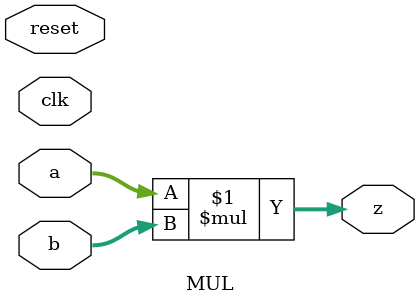
<source format=v>
`timescale 1ns / 1ps

module MUL(
  input clk,
  input reset,
  input   [31:0] a,//rs
  input   [31:0] b,//rt
  output  [63:0] z);
  assign z=a*b;
endmodule

/*module  MUL(
    input clk,
	input reset,
	input   [31:0] a,//rs
	input   [31:0] b,//rt
	output  [63:0] z
); 
    reg  [31:0]a1;
	reg  [31:0]b1;
    reg   [63:0] temp;
    reg   [63:0] s0;
    reg   [63:0] s1;	
	reg   [63:0] s2;	
	reg   [63:0] s3;	
	reg   [63:0] s4;	
	reg   [63:0] s5;	
	reg   [63:0] s6;	
	reg   [63:0] s7;	
	reg   [63:0] s8;	
	reg   [63:0] s9;	
	reg   [63:0] s10;	
	reg   [63:0] s11;
    reg   [63:0] s12;	
	reg   [63:0] s13;	
	reg   [63:0] s14;	
	reg   [63:0] s15;
	reg   [63:0] s16;
    reg   [63:0] s17;	
	reg   [63:0] s18;	
	reg   [63:0] s19;	
	reg   [63:0] s20;	
	reg   [63:0] s21;	
	reg   [63:0] s22;	
	reg   [63:0] s23;	
	reg   [63:0] s24;	
	reg   [63:0] s25;	
	reg   [63:0] s26;	
	reg   [63:0] s27;
    reg   [63:0] s28;	
	reg   [63:0] s29;	
	reg   [63:0] s30;	
	reg   [63:0] s31;
	
	reg   [63:0] add01;	
	reg   [63:0] add23;	
	reg   [63:0] add45;	
	reg   [63:0] add67;	
	reg   [63:0] add89;	
	reg   [63:0] add1011;
	reg   [63:0] add1213;
	reg   [63:0] add1415;
    reg   [63:0] add1617;	
	reg   [63:0] add1819;	
	reg   [63:0] add2021;	
	reg   [63:0] add2223;	
	reg   [63:0] add2425;	
	reg   [63:0] add2627;
	reg   [63:0] add2829;
	reg   [63:0] add3031;
	
	reg   [63:0] add01_23;
	reg   [63:0] add45_67;
    reg   [63:0] add89_1011;
	reg   [63:0] add1213_1415;
	reg   [63:0] add1617_1819;
	reg   [63:0] add2021_2223;
    reg   [63:0] add2425_2627;
	reg   [63:0] add2829_3031;
	
    reg   [63:0] add0t3_4t7;
	reg   [63:0] add8t11_12t15;
	reg   [63:0] add16t19_20t23;
	reg   [63:0] add24t27_28t31;
	
	reg   [63:0] add0t7_8t15;
	reg   [63:0] add16t23_24t31;
	reg   sign;
	integer i;
	always@(*)
	begin
	if(reset)begin
	 temp<=0;
	 s0<=0;
	 s1<=0;
	 s2<=0;
	 s3<=0;
	 s4<=0;
	 s5<=0;
	 s6<=0;
	 s7<=0;
	 s8<=0;
	 s9<=0;
	 s10<=0;
	 s11<=0;
	 s12<=0;
	 s13<=0;
	 s14<=0;
	 s15<=0;
	 s16<=0;
	 s17<=0;
	 s18<=0;
	 s19<=0;
	 s20<=0;
	 s21<=0;
	 s22<=0;
	 s23<=0;
	 s24<=0;
	 s25<=0;
	 s26<=0;
	 s27<=0;
	 s28<=0;
	 s29<=0;
	 s30<=0;
	 s31<=0;
	 
	 add01<=0;	
	 add23<=0;	
	 add45<=0;	
	 add67<=0;	
	 add89<=0;	
	 add1011<=0;
	 add1213<=0;
	 add1415<=0;
     add1617<=0;	
	 add1819<=0;	
	 add2021<=0;	
	 add2223<=0;	
	 add2425<=0;	
	 add2627<=0;
	 add2829<=0;
	 add3031<=0;
	 add01_23<=0;
     add45_67<=0;
     add89_1011<=0;
	 add1213_1415<=0;
	 add1617_1819<=0;
	 add2021_2223<=0;
     add2425_2627<=0;
	 add2829_3031<=0;
	 
     add0t3_4t7<=0;
	 add8t11_12t15<=0;
	 add16t19_20t23<=0;
	 add24t27_28t31<=0;
	 
	 add0t7_8t15<=0;
	 add16t23_24t31<=0;
	 end
	 else begin
	  sign<=a[31]^b[31];
      if(a[31]==1'b0)
        a1<=a;
      else 
         a1=~a+1'b1;
      if(b[31]==1'b0)
        b1<=b;
       else 
        b1<=~b+1'b1;
     for(i=1;i<=32;i=i+1)begin	   
	  s0=b1[0]?{32'b0,a1}:64'b0;
	 s1=b1[1]?{31'b0,a1,1'b0}:64'b0;
	 s2=b1[2]?{30'b0,a1,2'b0}:64'b0;
	 s3=b1[3]?{29'b0,a1,3'b0}:64'b0;
	 s4=b1[4]?{28'b0,a1,4'b0}:64'b0;
	 s5=b1[5]?{27'b0,a1,5'b0}:64'b0;
	 s6=b1[6]?{26'b0,a1,6'b0}:64'b0;
	 s7=b1[7]?{25'b0,a1,7'b0}:64'b0;
	 s8=b1[8]?{24'b0,a1,8'b0}:64'b0;
     s9=b1[9]?{23'b0,a1,9'b0}:64'b0; 
     s10=b1[10]?{22'b0,a1,10'b0}:64'b0; 
     s11=b1[11]?{21'b0,a1,11'b0}:64'b0;
	 s12<=b1[12]?{20'b0,a1,12'b0}:64'b0;
	 s13<=b1[13]?{19'b0,a1,13'b0}:64'b0;
	 s14<=b1[14]?{18'b0,a1,14'b0}:64'b0;
	 s15<=b1[15]?{17'b0,a1,15'b0}:64'b0;
	 s16<=b1[16]?{16'b0,a1,16'b0}:64'b0;
	 s17<=b1[17]?{15'b0,a1,17'b0}:64'b0;
	 s18<=b1[18]?{14'b0,a1,18'b0}:64'b0;
	 s19<=b1[19]?{13'b0,a1,19'b0}:64'b0;
	 s20<=b1[20]?{12'b0,a1,20'b0}:64'b0;
	 s21<=b1[21]?{11'b0,a1,21'b0}:64'b0;
	 s22<=b1[22]?{10'b0,a1,22'b0}:64'b0; 
     s23<=b1[23]?{9'b0,a1,23'b0}:64'b0;
	 s24<=b1[24]?{8'b0,a1,24'b0}:64'b0;
	 s25<=b1[25]?{7'b0,a1,25'b0}:64'b0;
	 s26<=b1[26]?{6'b0,a1,26'b0}:64'b0;
	 s27<=b1[27]?{5'b0,a1,27'b0}:64'b0;
	 s28<=b1[28]?{4'b0,a1,28'b0}:64'b0;
	 s29<=b1[29]?{3'b0,a1,29'b0}:64'b0;
	 s30<=b1[30]?{2'b0,a1,30'b0}:64'b0;
	 s31<=b1[31]?{1'b0,a1,31'b0}:64'b0;
	 add01<=s0+s1;	
	 add23<=s3+s2;	
	 add45<=s4+s5;
	 add67<=s6+s7;
	 add89<=s8+s9;
	 add1011<=s10+s11;
	 add1213<=s12+s13;
	 add1415<=s14+s15;
     add1617<=s16+s17;	
	 add1819<=s18+s19;	
	 add2021<=s20+s21;	
	 add2223<=s22+s23;	
	 add2425<=s24+s25;	
	 add2627<=s26+s27;
	 add2829<=s28+s29;
	 add3031<=s30+s31;
	 
	 add01_23<=add01+add23;
     add45_67<=add45+add67;
     add89_1011<=add89+add1011;
	 add1213_1415<=add1213+add1415;
	 add1617_1819<=add1617+add1819;
	 add2021_2223<=add2021+add2223;
     add2425_2627<=add2425+add2627;
	 add2829_3031<=add2829+add3031;
	 
     add0t3_4t7<=add01_23+add45_67;
	 add8t11_12t15<=add89_1011+add1213_1415;
	 add16t19_20t23<=add1617_1819+add2021_2223;
	 add24t27_28t31<=add2425_2627+add2829_3031;
	 
	 add0t7_8t15<=add0t3_4t7+add8t11_12t15;
	 add16t23_24t31<=add16t19_20t23+add24t27_28t31;
	 if(sign==1'b1)
	 temp<=~(add0t7_8t15+add16t23_24t31)+1'b1;
	 else 
	 temp<=add0t7_8t15+add16t23_24t31;
	 end
	 end 
	end
	assign z=temp;
endmodule*/

</source>
